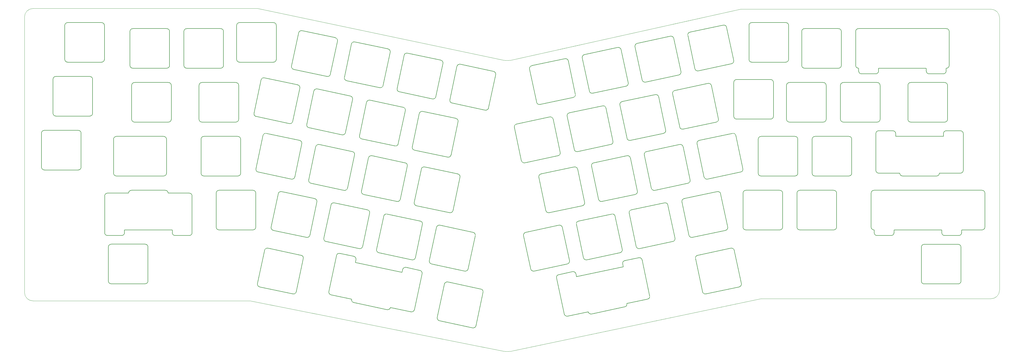
<source format=gbr>
%TF.GenerationSoftware,KiCad,Pcbnew,(5.1.9)-1*%
%TF.CreationDate,2021-02-22T13:55:49+01:00*%
%TF.ProjectId,switchplate,73776974-6368-4706-9c61-74652e6b6963,rev?*%
%TF.SameCoordinates,Original*%
%TF.FileFunction,Profile,NP*%
%FSLAX46Y46*%
G04 Gerber Fmt 4.6, Leading zero omitted, Abs format (unit mm)*
G04 Created by KiCad (PCBNEW (5.1.9)-1) date 2021-02-22 13:55:49*
%MOMM*%
%LPD*%
G01*
G04 APERTURE LIST*
%TA.AperFunction,Profile*%
%ADD10C,0.200000*%
%TD*%
%TA.AperFunction,Profile*%
%ADD11C,0.050000*%
%TD*%
G04 APERTURE END LIST*
D10*
X188949400Y-172634632D02*
X186454460Y-184372403D01*
X202643467Y-175545396D02*
X200148527Y-187283167D01*
X187224696Y-185558463D02*
X198962467Y-188053403D01*
X190135460Y-171864396D02*
X201873231Y-174359336D01*
X188949400Y-172634632D02*
G75*
G02*
X190135460Y-171864396I978148J-207912D01*
G01*
X200148527Y-187283167D02*
G75*
G02*
X198962467Y-188053403I-978148J207912D01*
G01*
X201873231Y-174359336D02*
G75*
G02*
X202643467Y-175545396I-207912J-978148D01*
G01*
X187224696Y-185558463D02*
G75*
G02*
X186454460Y-184372403I207912J978148D01*
G01*
X168715740Y-181626003D02*
X156963256Y-179123286D01*
X157711921Y-163951960D02*
G75*
G03*
X156941685Y-162765900I-978148J207912D01*
G01*
X174015400Y-168452800D02*
X157530800Y-164947600D01*
X157711921Y-163951960D02*
X157530800Y-164947600D01*
X152050946Y-161726341D02*
G75*
G03*
X150864887Y-162496578I-207911J-978148D01*
G01*
X177177261Y-182402214D02*
X169901800Y-180855767D01*
X181066172Y-168916059D02*
X178363321Y-181631978D01*
X175405199Y-166690442D02*
X180295937Y-167730000D01*
X152050946Y-161726341D02*
X156941685Y-162765900D01*
X181066172Y-168916059D02*
G75*
G03*
X180295937Y-167730000I-978147J207912D01*
G01*
X175405199Y-166690442D02*
G75*
G03*
X174219140Y-167460677I-207912J-978147D01*
G01*
X177177261Y-182402214D02*
G75*
G03*
X178363321Y-181631978I207912J978148D01*
G01*
X168715740Y-181626003D02*
G75*
G03*
X169901800Y-180855767I207912J978148D01*
G01*
X75970964Y-154445500D02*
X75971400Y-153441400D01*
X251939279Y-165475960D02*
X252120400Y-166471600D01*
X291143467Y-93549003D02*
G75*
G02*
X290373231Y-94735063I-978148J-207912D01*
G01*
X192009662Y-146601919D02*
G75*
G02*
X190823603Y-147372156I-978148J207911D01*
G01*
X272854460Y-143591996D02*
G75*
G02*
X273624696Y-142405936I978148J207912D01*
G01*
X180450655Y-150327372D02*
G75*
G02*
X181220890Y-151513431I-207912J-978147D01*
G01*
X204589662Y-110321919D02*
G75*
G02*
X203403603Y-111092156I-978148J207911D01*
G01*
X173375950Y-142641203D02*
G75*
G02*
X172189891Y-143411438I-978147J207912D01*
G01*
X178385831Y-125247215D02*
G75*
G02*
X177615596Y-124061156I207912J978147D01*
G01*
X276535460Y-156100003D02*
G75*
G02*
X275349400Y-155329767I-207912J978148D01*
G01*
X289043467Y-152419003D02*
G75*
G02*
X288273231Y-153605063I-978148J-207912D01*
G01*
X281345460Y-176090003D02*
G75*
G02*
X280159400Y-175319767I-207912J978148D01*
G01*
X269594460Y-105331996D02*
G75*
G02*
X270364696Y-104145936I978148J207912D01*
G01*
X277664460Y-163581996D02*
G75*
G02*
X278434696Y-162395936I978148J207912D01*
G01*
X180110535Y-112323385D02*
G75*
G02*
X181296595Y-111553149I978148J-207912D01*
G01*
X273275460Y-117840003D02*
G75*
G02*
X272089400Y-117069767I-207912J978148D01*
G01*
X287462467Y-81040997D02*
G75*
G02*
X288648527Y-81811233I207912J-978148D01*
G01*
X294403467Y-131809003D02*
G75*
G02*
X293633231Y-132995063I-978148J-207912D01*
G01*
X240935460Y-183150003D02*
G75*
G02*
X239749400Y-182379767I-207912J978148D01*
G01*
X179085831Y-144877215D02*
G75*
G02*
X178315596Y-143691156I207912J978147D01*
G01*
X197359662Y-167211919D02*
G75*
G02*
X196173603Y-167982156I-978148J207911D01*
G01*
X274954460Y-84721997D02*
G75*
G02*
X275724696Y-83535937I978148J207912D01*
G01*
X278635460Y-97230003D02*
G75*
G02*
X277449400Y-96459767I-207912J978148D01*
G01*
X174756825Y-91712668D02*
G75*
G02*
X175942883Y-90942432I978147J-207911D01*
G01*
X187680655Y-93437372D02*
G75*
G02*
X188450890Y-94623431I-207912J-978147D01*
G01*
X185955950Y-106361203D02*
G75*
G02*
X184769891Y-107131438I-978147J207912D01*
G01*
X173032120Y-104636497D02*
G75*
G02*
X172261884Y-103450439I207911J978147D01*
G01*
X278214460Y-122981996D02*
G75*
G02*
X278984696Y-121795936I978148J207912D01*
G01*
X161476825Y-108362668D02*
G75*
G02*
X162662883Y-107592432I978147J-207911D01*
G01*
X174400655Y-110087372D02*
G75*
G02*
X175170890Y-111273431I-207912J-978147D01*
G01*
X180810535Y-131953385D02*
G75*
G02*
X181996595Y-131183149I978148J-207912D01*
G01*
X290172467Y-159900996D02*
G75*
G02*
X291358527Y-160671232I207912J-978148D01*
G01*
X191309662Y-126971919D02*
G75*
G02*
X190123603Y-127742156I-978148J207911D01*
G01*
X191665831Y-108597215D02*
G75*
G02*
X190895596Y-107411156I207912J978147D01*
G01*
X172675950Y-123011203D02*
G75*
G02*
X171489891Y-123781438I-978147J207912D01*
G01*
X159752120Y-121286497D02*
G75*
G02*
X158981884Y-120100439I207911J978147D01*
G01*
X175100655Y-129717372D02*
G75*
G02*
X175870890Y-130903431I-207912J-978147D01*
G01*
X167526825Y-148602668D02*
G75*
G02*
X168712883Y-147832432I978147J-207911D01*
G01*
X193390535Y-95673385D02*
G75*
G02*
X194576595Y-94903149I978148J-207912D01*
G01*
X290722467Y-119300996D02*
G75*
G02*
X291908527Y-120071232I207912J-978148D01*
G01*
X193034367Y-114048090D02*
G75*
G02*
X193804602Y-115234149I-207912J-978147D01*
G01*
X199084367Y-154288090D02*
G75*
G02*
X199854602Y-155474149I-207912J-978147D01*
G01*
X285783467Y-114159003D02*
G75*
G02*
X285013231Y-115345063I-978148J-207912D01*
G01*
X206314367Y-97398090D02*
G75*
G02*
X207084602Y-98584149I-207912J-978147D01*
G01*
X193734367Y-133678090D02*
G75*
G02*
X194504602Y-134864149I-207912J-978147D01*
G01*
X293853467Y-172409003D02*
G75*
G02*
X293083231Y-173595063I-978148J-207912D01*
G01*
X184435831Y-165487215D02*
G75*
G02*
X183665596Y-164301156I207912J978147D01*
G01*
X253443467Y-179469003D02*
G75*
G02*
X252673231Y-180655063I-978148J-207912D01*
G01*
X178725950Y-163251203D02*
G75*
G02*
X177539891Y-164021438I-978147J207912D01*
G01*
X281895460Y-135490003D02*
G75*
G02*
X280709400Y-134719767I-207912J978148D01*
G01*
X160452120Y-140916497D02*
G75*
G02*
X159681884Y-139730439I207911J978147D01*
G01*
X186160535Y-152563385D02*
G75*
G02*
X187346595Y-151793149I978148J-207912D01*
G01*
X256320748Y-88682714D02*
G75*
G02*
X257090984Y-87496654I978148J207912D01*
G01*
X282102467Y-101650996D02*
G75*
G02*
X283288527Y-102421232I207912J-978148D01*
G01*
X162176825Y-127992668D02*
G75*
G02*
X163362883Y-127222432I978147J-207911D01*
G01*
X285362467Y-139910996D02*
G75*
G02*
X286548527Y-140681232I207912J-978148D01*
G01*
X165802120Y-161526497D02*
G75*
G02*
X165031884Y-160340439I207911J978147D01*
G01*
X248516044Y-122080439D02*
G75*
G02*
X247745807Y-123266498I-978148J-207911D01*
G01*
X235242332Y-105431156D02*
G75*
G02*
X234472096Y-106617216I-978148J-207912D01*
G01*
X216953325Y-155474148D02*
G75*
G02*
X217723561Y-154288090I978147J207911D01*
G01*
X236008035Y-125761438D02*
G75*
G02*
X234821977Y-124991202I-207911J978147D01*
G01*
X229882332Y-126041156D02*
G75*
G02*
X229112096Y-127227216I-978148J-207912D01*
G01*
X253876044Y-101470439D02*
G75*
G02*
X253105807Y-102656498I-978148J-207911D01*
G01*
X232327037Y-113253431D02*
G75*
G02*
X233097272Y-112067372I978147J207912D01*
G01*
X222734325Y-109112156D02*
G75*
G02*
X221548265Y-108341920I-207912J978148D01*
G01*
X229461332Y-151793150D02*
G75*
G02*
X230647391Y-152563385I207912J-978147D01*
G01*
X235587037Y-151513431D02*
G75*
G02*
X236357272Y-150327372I978147J207912D01*
G01*
X219053325Y-96604148D02*
G75*
G02*
X219823561Y-95418090I978147J207911D01*
G01*
X217374325Y-129722156D02*
G75*
G02*
X216188265Y-128951920I-207912J978148D01*
G01*
X263261748Y-139450720D02*
G75*
G02*
X262075689Y-138680485I-207912J978147D01*
G01*
X237687037Y-92643431D02*
G75*
G02*
X238457272Y-91457372I978147J207912D01*
G01*
X244835043Y-109572431D02*
G75*
G02*
X246021103Y-110342667I207912J-978148D01*
G01*
X240947037Y-130903431D02*
G75*
G02*
X241717272Y-129717372I978147J207912D01*
G01*
X244628035Y-143411438D02*
G75*
G02*
X243441977Y-142641202I-207911J978147D01*
G01*
X238502332Y-143691156D02*
G75*
G02*
X237732096Y-144877216I-978148J-207912D01*
G01*
X253455043Y-127222431D02*
G75*
G02*
X254641103Y-127992667I207912J-978148D01*
G01*
X248095043Y-147832431D02*
G75*
G02*
X249281103Y-148602667I207912J-978148D01*
G01*
X222313325Y-134864148D02*
G75*
G02*
X223083561Y-133678090I978147J207911D01*
G01*
X220634325Y-167982156D02*
G75*
G02*
X219448265Y-167211920I-207912J978148D01*
G01*
X234821332Y-131183150D02*
G75*
G02*
X236007391Y-131953385I207912J-978147D01*
G01*
X270409754Y-156379721D02*
G75*
G02*
X269639519Y-157565780I-978147J-207912D01*
G01*
X257136044Y-139730439D02*
G75*
G02*
X256365807Y-140916498I-978148J-207911D01*
G01*
X257901748Y-160060720D02*
G75*
G02*
X256715689Y-159290485I-207912J978147D01*
G01*
X268828756Y-85001714D02*
G75*
G02*
X270014815Y-85771951I207911J-978148D01*
G01*
X272509754Y-97509721D02*
G75*
G02*
X271739519Y-98695780I-978147J-207912D01*
G01*
X260001748Y-101190720D02*
G75*
G02*
X258815689Y-100420485I-207912J978147D01*
G01*
X250960748Y-109292714D02*
G75*
G02*
X251730984Y-108106654I978148J207912D01*
G01*
X263468756Y-105611713D02*
G75*
G02*
X264654815Y-106381950I207911J-978148D01*
G01*
X267149754Y-118119721D02*
G75*
G02*
X266379519Y-119305780I-978147J-207912D01*
G01*
X231561332Y-92923150D02*
G75*
G02*
X232747391Y-93693385I207912J-978147D01*
G01*
X251776044Y-160340439D02*
G75*
G02*
X251005807Y-161526498I-978148J-207911D01*
G01*
X213693325Y-117214148D02*
G75*
G02*
X214463561Y-116028090I978147J207911D01*
G01*
X254641748Y-121800720D02*
G75*
G02*
X253455689Y-121030485I-207912J978147D01*
G01*
X272088756Y-123261713D02*
G75*
G02*
X273274815Y-124031950I207911J-978148D01*
G01*
X241368035Y-105151438D02*
G75*
G02*
X240181977Y-104381202I-207911J978147D01*
G01*
X225994325Y-147372156D02*
G75*
G02*
X224808265Y-146601920I-207912J978148D01*
G01*
X259580748Y-126942714D02*
G75*
G02*
X260350984Y-125756654I978148J207912D01*
G01*
X254220748Y-147552714D02*
G75*
G02*
X254990984Y-146366654I978148J207912D01*
G01*
X275769754Y-135769721D02*
G75*
G02*
X274999519Y-136955780I-978147J-207912D01*
G01*
X266728756Y-143871713D02*
G75*
G02*
X267914815Y-144641950I207911J-978148D01*
G01*
X226201332Y-113533150D02*
G75*
G02*
X227387391Y-114303385I207912J-978147D01*
G01*
X239268035Y-164021438D02*
G75*
G02*
X238081977Y-163251202I-207911J978147D01*
G01*
X233142332Y-164301156D02*
G75*
G02*
X232372096Y-165487216I-978148J-207912D01*
G01*
X250195043Y-88962431D02*
G75*
G02*
X251381103Y-89732667I207912J-978148D01*
G01*
X91498963Y-101345500D02*
G75*
G02*
X92498963Y-102345500I0J-1000000D01*
G01*
X137133231Y-102165936D02*
G75*
G02*
X137903467Y-103351996I-207912J-978148D01*
G01*
X128534696Y-153605063D02*
G75*
G02*
X127764460Y-152419003I207912J978148D01*
G01*
X92498963Y-114345499D02*
G75*
G02*
X91498964Y-115345500I-1000000J-1D01*
G01*
X138373231Y-162395936D02*
G75*
G02*
X139143467Y-163581996I-207912J-978148D01*
G01*
X89811464Y-120395500D02*
G75*
G02*
X90811464Y-121395500I0J-1000000D01*
G01*
X73112465Y-134395500D02*
G75*
G02*
X72112463Y-133395500I-1J1000001D01*
G01*
X135408527Y-115089767D02*
G75*
G02*
X134222467Y-115860003I-978148J207912D01*
G01*
X124909400Y-120071232D02*
G75*
G02*
X126095460Y-119300996I978148J-207912D01*
G01*
X104008963Y-134395500D02*
G75*
G02*
X103008963Y-133395500I0J1000000D01*
G01*
X135764696Y-96715063D02*
G75*
G02*
X134994460Y-95529003I207912J978148D01*
G01*
X136648527Y-175319767D02*
G75*
G02*
X135462467Y-176090003I-978148J207912D01*
G01*
X115308962Y-101345499D02*
G75*
G02*
X116308964Y-102345499I1J-1000001D01*
G01*
X169046942Y-89476654D02*
G75*
G02*
X169817179Y-90662713I-207911J-978148D01*
G01*
X103308963Y-115345500D02*
G75*
G02*
X102308963Y-114345500I0J1000000D01*
G01*
X78498963Y-102345499D02*
G75*
G02*
X79498963Y-101345499I1000000J0D01*
G01*
X79498963Y-115345500D02*
G75*
G02*
X78498963Y-114345500I0J1000000D01*
G01*
X154398408Y-100675781D02*
G75*
G02*
X153628172Y-99489721I207912J978148D01*
G01*
X141818408Y-136955781D02*
G75*
G02*
X141048172Y-135769721I207912J978148D01*
G01*
X156123114Y-87751949D02*
G75*
G02*
X157309172Y-86981715I978146J-207912D01*
G01*
X167322239Y-102400485D02*
G75*
G02*
X166136179Y-103170721I-978148J207912D01*
G01*
X147168408Y-157565781D02*
G75*
G02*
X146398172Y-156379721I207912J978148D01*
G01*
X117008963Y-133395499D02*
G75*
G02*
X116008964Y-134395500I-1000000J-1D01*
G01*
X143183231Y-142405936D02*
G75*
G02*
X143953467Y-143591996I-207912J-978148D01*
G01*
X123184696Y-132995063D02*
G75*
G02*
X122414460Y-131809003I207912J978148D01*
G01*
X156466942Y-125756654D02*
G75*
G02*
X157237179Y-126942713I-207911J-978148D01*
G01*
X154042239Y-119050485D02*
G75*
G02*
X152856179Y-119820721I-978148J207912D01*
G01*
X103008963Y-121395500D02*
G75*
G02*
X104008963Y-120395500I1000000J0D01*
G01*
X137489400Y-83791233D02*
G75*
G02*
X138675460Y-83020997I978148J-207912D01*
G01*
X123724696Y-173595063D02*
G75*
G02*
X122954460Y-172409003I207912J978148D01*
G01*
X136108527Y-134719767D02*
G75*
G02*
X134922467Y-135490003I-978148J207912D01*
G01*
X130259400Y-140681232D02*
G75*
G02*
X131445460Y-139910996I978148J-207912D01*
G01*
X148893113Y-144641949D02*
G75*
G02*
X150079172Y-143871714I978147J-207912D01*
G01*
X160092239Y-159290485D02*
G75*
G02*
X158906179Y-160060721I-978148J207912D01*
G01*
X116588964Y-94155500D02*
G75*
G02*
X115588964Y-93155500I0J1000000D01*
G01*
X116008963Y-120395500D02*
G75*
G02*
X117008964Y-121395499I1J-1000000D01*
G01*
X116308963Y-114345499D02*
G75*
G02*
X115308964Y-115345500I-1000000J-1D01*
G01*
X143543113Y-124031949D02*
G75*
G02*
X144729172Y-123261714I978147J-207912D01*
G01*
X77898963Y-83295500D02*
G75*
G02*
X78898963Y-82295500I1000000J0D01*
G01*
X97948963Y-96295500D02*
G75*
G02*
X96948963Y-95295500I0J1000000D01*
G01*
X90898964Y-82295500D02*
G75*
G02*
X91898964Y-83295500I0J-1000000D01*
G01*
X91898964Y-95295500D02*
G75*
G02*
X90898964Y-96295500I-1000000J0D01*
G01*
X102308962Y-102345500D02*
G75*
G02*
X103308963Y-101345499I1000001J0D01*
G01*
X110948964Y-95295500D02*
G75*
G02*
X109948964Y-96295500I-1000000J0D01*
G01*
X154742239Y-138680485D02*
G75*
G02*
X153556179Y-139450721I-978148J207912D01*
G01*
X124209400Y-100441232D02*
G75*
G02*
X125395460Y-99670996I978148J-207912D01*
G01*
X150413231Y-85515937D02*
G75*
G02*
X151183467Y-86701997I-207912J-978148D01*
G01*
X141118408Y-117325781D02*
G75*
G02*
X140348172Y-116139721I207912J978148D01*
G01*
X122484696Y-113365063D02*
G75*
G02*
X121714460Y-112179003I207912J978148D01*
G01*
X78898963Y-96295500D02*
G75*
G02*
X77898963Y-95295500I0J1000000D01*
G01*
X96948963Y-83295500D02*
G75*
G02*
X97948963Y-82295500I1000000J0D01*
G01*
X90811465Y-133395499D02*
G75*
G02*
X89811464Y-134395500I-1000001J0D01*
G01*
X141458527Y-155329767D02*
G75*
G02*
X140272467Y-156100003I-978148J207912D01*
G01*
X142843113Y-104401949D02*
G75*
G02*
X144029172Y-103631714I978147J-207912D01*
G01*
X161816942Y-146366654D02*
G75*
G02*
X162587179Y-147552713I-207911J-978148D01*
G01*
X115588964Y-81155500D02*
G75*
G02*
X116588964Y-80155500I1000000J0D01*
G01*
X109948964Y-82295500D02*
G75*
G02*
X110948964Y-83295500I0J-1000000D01*
G01*
X128588963Y-80155501D02*
G75*
G02*
X129588964Y-81155500I1J-1000000D01*
G01*
X155766942Y-106126654D02*
G75*
G02*
X156537179Y-107312713I-207911J-978148D01*
G01*
X129588964Y-93155500D02*
G75*
G02*
X128588964Y-94155500I-1000000J0D01*
G01*
X125449400Y-160671232D02*
G75*
G02*
X126635460Y-159900996I978148J-207912D01*
G01*
X148688527Y-98439767D02*
G75*
G02*
X147502467Y-99210003I-978148J207912D01*
G01*
X137833231Y-121795936D02*
G75*
G02*
X138603467Y-122981996I-207912J-978148D01*
G01*
X72112464Y-121395500D02*
G75*
G02*
X73112464Y-120395500I1000000J0D01*
G01*
X257600254Y-163250341D02*
G75*
G02*
X258786313Y-164020578I207911J-978148D01*
G01*
X336315964Y-98295500D02*
G75*
G02*
X335315964Y-97295500I0J1000000D01*
G01*
X232473939Y-183926214D02*
G75*
G02*
X231287879Y-183155978I-207912J978148D01*
G01*
X156963256Y-179123287D02*
G75*
G02*
X156192989Y-177937372I207911J978148D01*
G01*
X372246963Y-132395499D02*
G75*
G02*
X371246963Y-133395499I-1000000J0D01*
G01*
X360191964Y-98295500D02*
G75*
G02*
X359191964Y-97295500I0J1000000D01*
G01*
X251939279Y-165475960D02*
G75*
G02*
X252709515Y-164289900I978148J207912D01*
G01*
X335228965Y-96295500D02*
G75*
G02*
X334228963Y-95295500I-1J1000001D01*
G01*
X367278964Y-95295500D02*
G75*
G02*
X366278964Y-96295500I-1000000J0D01*
G01*
X342370963Y-133395499D02*
G75*
G02*
X341370963Y-132395499I0J1000000D01*
G01*
X261489165Y-176736496D02*
G75*
G02*
X260718929Y-177922556I-978148J-207912D01*
G01*
X371246963Y-118395499D02*
G75*
G02*
X372246963Y-119395499I0J-1000000D01*
G01*
X234246001Y-168214442D02*
G75*
G02*
X235432060Y-168984677I207912J-978147D01*
G01*
X365246963Y-119395499D02*
G75*
G02*
X366246963Y-118395499I1000000J0D01*
G01*
X228585028Y-170440059D02*
G75*
G02*
X229355263Y-169254000I978147J207912D01*
G01*
X366278964Y-82295500D02*
G75*
G02*
X367278964Y-83295500I0J-1000000D01*
G01*
X347370963Y-118395499D02*
G75*
G02*
X348370963Y-119395499I0J-1000000D01*
G01*
X342315964Y-97295500D02*
G75*
G02*
X341315964Y-98295500I-1000000J0D01*
G01*
X366191964Y-97295500D02*
G75*
G02*
X365191964Y-98295500I-1000000J0D01*
G01*
X334228963Y-83295501D02*
G75*
G02*
X335228964Y-82295500I1000001J0D01*
G01*
X341370963Y-119395499D02*
G75*
G02*
X342370963Y-118395499I1000000J0D01*
G01*
X148922968Y-176389375D02*
G75*
G02*
X148152732Y-175203315I207912J978148D01*
G01*
X379887715Y-152445499D02*
G75*
G02*
X378887714Y-153445500I-1000001J0D01*
G01*
X365656964Y-155445500D02*
G75*
G02*
X364656964Y-154445500I0J1000000D01*
G01*
X59648963Y-118255499D02*
G75*
G02*
X60648964Y-119255500I0J-1000001D01*
G01*
X99846964Y-154445500D02*
G75*
G02*
X98846964Y-155445500I-1000000J0D01*
G01*
X339693964Y-140445499D02*
G75*
G02*
X340693964Y-139445499I1000000J0D01*
G01*
X93846964Y-155445500D02*
G75*
G02*
X92846964Y-154445500I0J1000000D01*
G01*
X60648964Y-131255498D02*
G75*
G02*
X59648964Y-132255500I-1000001J-1D01*
G01*
X75970964Y-154445500D02*
G75*
G02*
X74970964Y-155445500I-1000000J0D01*
G01*
X378887714Y-139445500D02*
G75*
G02*
X379887714Y-140445500I0J-1000000D01*
G01*
X69970964Y-155445500D02*
G75*
G02*
X68970964Y-154445500I0J1000000D01*
G01*
X341780964Y-155445500D02*
G75*
G02*
X340780964Y-154445500I0J1000000D01*
G01*
X347780964Y-154445500D02*
G75*
G02*
X346780964Y-155445500I-1000000J0D01*
G01*
X90408964Y-139445499D02*
G75*
G02*
X91408964Y-140445499I0J-1000000D01*
G01*
X68970964Y-141445500D02*
G75*
G02*
X69970964Y-140445500I1000000J0D01*
G01*
X98846964Y-140445500D02*
G75*
G02*
X99846964Y-141445500I0J-1000000D01*
G01*
X46648964Y-119255499D02*
G75*
G02*
X47648964Y-118255499I1000000J0D01*
G01*
X340693964Y-153445500D02*
G75*
G02*
X339693964Y-152445500I0J1000000D01*
G01*
X47648966Y-132255500D02*
G75*
G02*
X46648964Y-131255500I-1J1000001D01*
G01*
X371656964Y-154445500D02*
G75*
G02*
X370656964Y-155445500I-1000000J0D01*
G01*
X77408964Y-140445498D02*
G75*
G02*
X78408964Y-139445500I999999J-1D01*
G01*
X50718965Y-100205500D02*
G75*
G02*
X51718965Y-99205500I1000000J0D01*
G01*
X67878964Y-80155501D02*
G75*
G02*
X68878964Y-81155501I0J-1000000D01*
G01*
X305188964Y-113285500D02*
G75*
G02*
X304188964Y-114285500I-1000000J0D01*
G01*
X63718963Y-99205500D02*
G75*
G02*
X64718963Y-100205500I0J-1000000D01*
G01*
X64718964Y-112205500D02*
G75*
G02*
X63718964Y-113205500I-1000000J0D01*
G01*
X84268964Y-171495498D02*
G75*
G02*
X83268964Y-172495500I-1000001J-1D01*
G01*
X327498964Y-152445500D02*
G75*
G02*
X326498964Y-153445500I-1000000J0D01*
G01*
X342868965Y-114345499D02*
G75*
G02*
X341868964Y-115345500I-1000001J0D01*
G01*
X350808965Y-134395499D02*
G75*
G02*
X349808964Y-133395500I-1J1000000D01*
G01*
X366688964Y-114345500D02*
G75*
G02*
X365688964Y-115345500I-1000000J0D01*
G01*
X308448965Y-152445499D02*
G75*
G02*
X307448964Y-153445500I-1000001J0D01*
G01*
X371444565Y-171543499D02*
G75*
G02*
X370444564Y-172543500I-1000001J0D01*
G01*
X299808964Y-121395500D02*
G75*
G02*
X300808964Y-120395500I1000000J0D01*
G01*
X304188964Y-100285500D02*
G75*
G02*
X305188964Y-101285500I0J-1000000D01*
G01*
X313498963Y-140445500D02*
G75*
G02*
X314498964Y-139445499I1000001J0D01*
G01*
X294448963Y-140445501D02*
G75*
G02*
X295448963Y-139445499I1000001J1D01*
G01*
X109358964Y-153445501D02*
G75*
G02*
X108358963Y-152445500I0J1000001D01*
G01*
X314498965Y-153445499D02*
G75*
G02*
X313498964Y-152445500I-1J1000000D01*
G01*
X51718964Y-113205499D02*
G75*
G02*
X50718965Y-112205500I0J999999D01*
G01*
X331858963Y-120395500D02*
G75*
G02*
X332858964Y-121395499I1J-1000000D01*
G01*
X309818964Y-102345499D02*
G75*
G02*
X310818964Y-101345499I1000000J0D01*
G01*
X365688964Y-101345499D02*
G75*
G02*
X366688964Y-102345499I0J-1000000D01*
G01*
X326498964Y-139445499D02*
G75*
G02*
X327498964Y-140445499I0J-1000000D01*
G01*
X68878964Y-93155500D02*
G75*
G02*
X67878964Y-94155500I-1000000J0D01*
G01*
X370444564Y-158543500D02*
G75*
G02*
X371444564Y-159543500I0J-1000000D01*
G01*
X318858962Y-121395500D02*
G75*
G02*
X319858963Y-120395499I1000001J0D01*
G01*
X108358963Y-140445500D02*
G75*
G02*
X109358963Y-139445500I1000000J0D01*
G01*
X316178964Y-96295499D02*
G75*
G02*
X315178963Y-95295500I-1J1000000D01*
G01*
X310548965Y-93155499D02*
G75*
G02*
X309548964Y-94155500I-1000001J0D01*
G01*
X332858965Y-133395499D02*
G75*
G02*
X331858964Y-134395500I-1000001J0D01*
G01*
X121358964Y-139445499D02*
G75*
G02*
X122358964Y-140445499I0J-1000000D01*
G01*
X312808963Y-120395500D02*
G75*
G02*
X313808964Y-121395499I1J-1000000D01*
G01*
X341868963Y-101345500D02*
G75*
G02*
X342868964Y-102345499I1J-1000000D01*
G01*
X313808965Y-133395499D02*
G75*
G02*
X312808964Y-134395500I-1000001J0D01*
G01*
X292188965Y-114285500D02*
G75*
G02*
X291188963Y-113285500I-1J1000001D01*
G01*
X315178962Y-83295501D02*
G75*
G02*
X316178963Y-82295500I1000001J0D01*
G01*
X329868964Y-115345500D02*
G75*
G02*
X328868964Y-114345500I0J1000000D01*
G01*
X353688965Y-115345500D02*
G75*
G02*
X352688963Y-114345500I-1J1000001D01*
G01*
X54878964Y-81155501D02*
G75*
G02*
X55878964Y-80155501I1000000J0D01*
G01*
X55878964Y-94155500D02*
G75*
G02*
X54878964Y-93155500I0J1000000D01*
G01*
X357444563Y-159543500D02*
G75*
G02*
X358444564Y-158543499I1000001J0D01*
G01*
X71268965Y-172495500D02*
G75*
G02*
X70268963Y-171495500I-1J1000001D01*
G01*
X307448964Y-139445500D02*
G75*
G02*
X308448964Y-140445500I0J-1000000D01*
G01*
X328178964Y-82295500D02*
G75*
G02*
X329178964Y-83295500I0J-1000000D01*
G01*
X358444565Y-172543500D02*
G75*
G02*
X357444563Y-171543500I-1J1000001D01*
G01*
X363808964Y-133395500D02*
G75*
G02*
X362808964Y-134395500I-1000000J0D01*
G01*
X295448965Y-153445500D02*
G75*
G02*
X294448963Y-152445500I-1J1000001D01*
G01*
X322818963Y-101345500D02*
G75*
G02*
X323818964Y-102345499I1J-1000000D01*
G01*
X310818964Y-115345500D02*
G75*
G02*
X309818964Y-114345500I0J1000000D01*
G01*
X300808964Y-134395500D02*
G75*
G02*
X299808964Y-133395500I0J1000000D01*
G01*
X297548965Y-94155499D02*
G75*
G02*
X296548964Y-93155500I-1J1000000D01*
G01*
X328868964Y-102345499D02*
G75*
G02*
X329868964Y-101345499I1000000J0D01*
G01*
X352688963Y-102345500D02*
G75*
G02*
X353688964Y-101345499I1000001J0D01*
G01*
X122358963Y-152445499D02*
G75*
G02*
X121358964Y-153445500I-1000000J-1D01*
G01*
X291188963Y-101285501D02*
G75*
G02*
X292188963Y-100285499I1000001J1D01*
G01*
X296548963Y-81155501D02*
G75*
G02*
X297548964Y-80155500I1000001J0D01*
G01*
X309548963Y-80155501D02*
G75*
G02*
X310548964Y-81155500I1J-1000000D01*
G01*
X323818965Y-114345499D02*
G75*
G02*
X322818964Y-115345500I-1000001J0D01*
G01*
X329178964Y-95295501D02*
G75*
G02*
X328178963Y-96295500I-1000000J1D01*
G01*
X70268964Y-159495499D02*
G75*
G02*
X71268963Y-158495500I999999J0D01*
G01*
X319858964Y-134395499D02*
G75*
G02*
X318858963Y-133395500I-1J1000000D01*
G01*
X83268964Y-158495500D02*
G75*
G02*
X84268964Y-159495500I0J-1000000D01*
G01*
X336315964Y-98295500D02*
X341315964Y-98295500D01*
X257600253Y-163250342D02*
X252709515Y-164289900D01*
X360191964Y-98295500D02*
X365191964Y-98295500D01*
X335315964Y-96295500D02*
X335315964Y-97295500D01*
X366191964Y-97295500D02*
X366191964Y-96295500D01*
X234246001Y-168214441D02*
X229355263Y-169254000D01*
X92837000Y-153441400D02*
X92846964Y-154445500D01*
X77408964Y-140445498D02*
X69970964Y-140445500D01*
X69970964Y-155445500D02*
X74970964Y-155445500D01*
X342315964Y-97295500D02*
X342315964Y-96295500D01*
X335228964Y-96295500D02*
X335315964Y-96295500D01*
X334228964Y-83295500D02*
X334228964Y-95295500D01*
X335228964Y-82295500D02*
X366278964Y-82295500D01*
X367278964Y-83295500D02*
X367278964Y-95295500D01*
X228585027Y-170440059D02*
X231287879Y-183155978D01*
X366191964Y-96295500D02*
X366278964Y-96295500D01*
X348386400Y-120395500D02*
X348370963Y-119395499D01*
X253443467Y-179469003D02*
X260718929Y-177922556D01*
X93846964Y-155445500D02*
X98846964Y-155445500D01*
X342370963Y-133395499D02*
X349808964Y-133395500D01*
X235635800Y-169976800D02*
X235432060Y-168984677D01*
X341370963Y-119395499D02*
X341370963Y-132395499D01*
X261489165Y-176736497D02*
X258786313Y-164020578D01*
X347370963Y-118395499D02*
X342370963Y-118395499D01*
X68970964Y-141445500D02*
X68970964Y-154445500D01*
X232473939Y-183926214D02*
X239749400Y-182379767D01*
X340693964Y-139445500D02*
X362218964Y-139445500D01*
X364655100Y-153445500D02*
X364656964Y-154445500D01*
X64718964Y-100205500D02*
X64718964Y-112205500D01*
X46648964Y-119255500D02*
X46648964Y-131255500D01*
X340780964Y-153445500D02*
X340780964Y-154445500D01*
X340693964Y-153445500D02*
X340780964Y-153445500D01*
X47648964Y-118255500D02*
X59648964Y-118255500D01*
X51718965Y-113205500D02*
X63718963Y-113205500D01*
X371656964Y-154445500D02*
X371656964Y-153445500D01*
X78408964Y-139445500D02*
X90408963Y-139445500D01*
X54878964Y-81155501D02*
X54878964Y-93155500D01*
X347780964Y-153445500D02*
X364655100Y-153445500D01*
X84268964Y-159495500D02*
X84268964Y-171495500D01*
X371444564Y-159543500D02*
X371444564Y-171543500D01*
X341780964Y-155445500D02*
X346780964Y-155445500D01*
X55878964Y-94155500D02*
X67878964Y-94155500D01*
X71268964Y-158495500D02*
X83268964Y-158495500D01*
X68878964Y-81155501D02*
X68878964Y-93155500D01*
X313498964Y-140445500D02*
X313498964Y-152445500D01*
X314498964Y-139445500D02*
X326498964Y-139445500D01*
X347780964Y-154445500D02*
X347780964Y-153445500D01*
X362218964Y-139445500D02*
X378887714Y-139445500D01*
X55878964Y-80155501D02*
X67878964Y-80155501D01*
X75971400Y-153441400D02*
X92837000Y-153441400D01*
X379887714Y-140445500D02*
X379887714Y-152445500D01*
X314498964Y-153445500D02*
X326498964Y-153445500D01*
X365656964Y-155445500D02*
X370656964Y-155445500D01*
X60648964Y-119255500D02*
X60648964Y-131255500D01*
X51718965Y-99205500D02*
X63718963Y-99205500D01*
X358444564Y-158543500D02*
X370444564Y-158543500D01*
X327498964Y-140445500D02*
X327498964Y-152445500D01*
X71268964Y-172495500D02*
X83268964Y-172495500D01*
X98846964Y-140445500D02*
X91408964Y-140445499D01*
X99846964Y-154445500D02*
X99846964Y-141445500D01*
X70268964Y-159495500D02*
X70268964Y-171495500D01*
X371656964Y-153445500D02*
X378887714Y-153445500D01*
X47648964Y-132255500D02*
X59648964Y-132255500D01*
X50718964Y-100205500D02*
X50718965Y-112205500D01*
X339693964Y-140445500D02*
X339693964Y-152445500D01*
X109358963Y-139445500D02*
X121358964Y-139445500D01*
X78898963Y-96295500D02*
X90898964Y-96295500D01*
X295448963Y-139445499D02*
X307448964Y-139445500D01*
X305188964Y-101285500D02*
X305188964Y-113285500D01*
X319858963Y-134395500D02*
X331858964Y-134395500D01*
X308448964Y-140445500D02*
X308448965Y-152445499D01*
X310818964Y-101345499D02*
X322818964Y-101345499D01*
X316178963Y-96295500D02*
X328178964Y-96295500D01*
X295448965Y-153445500D02*
X307448964Y-153445500D01*
X329868964Y-115345500D02*
X341868964Y-115345500D01*
X310548963Y-81155500D02*
X310548963Y-93155500D01*
X296548964Y-81155500D02*
X296548964Y-93155500D01*
X78898963Y-82295500D02*
X90898964Y-82295500D01*
X366688964Y-102345500D02*
X366688964Y-114345500D01*
X316178963Y-82295501D02*
X328178964Y-82295501D01*
X297548964Y-94155500D02*
X309548964Y-94155500D01*
X122358964Y-140445500D02*
X122358964Y-152445500D01*
X319858963Y-120395500D02*
X331858964Y-120395500D01*
X109358963Y-153445500D02*
X121358964Y-153445500D01*
X358444564Y-172543500D02*
X370444564Y-172543500D01*
X292188965Y-114285500D02*
X304188964Y-114285500D01*
X348386400Y-120395500D02*
X365252000Y-120395500D01*
X292188963Y-100285499D02*
X304188964Y-100285500D01*
X342868964Y-102345500D02*
X342868964Y-114345500D01*
X357444564Y-159543500D02*
X357444564Y-171543500D01*
X332858964Y-121395500D02*
X332858964Y-133395500D01*
X318858963Y-121395500D02*
X318858963Y-133395500D01*
X294448963Y-140445501D02*
X294448963Y-152445500D01*
X328868964Y-102345500D02*
X328868964Y-114345500D01*
X108358963Y-140445500D02*
X108358963Y-152445500D01*
X310818964Y-115345500D02*
X322818964Y-115345500D01*
X352688964Y-102345500D02*
X352688964Y-114345500D01*
X300808964Y-134395500D02*
X312808964Y-134395500D01*
X297548964Y-80155500D02*
X309548964Y-80155500D01*
X291188963Y-101285501D02*
X291188963Y-113285500D01*
X299808964Y-121395500D02*
X299808964Y-133395500D01*
X300808964Y-120395500D02*
X312808964Y-120395500D01*
X329178964Y-83295501D02*
X329178964Y-95295500D01*
X350808964Y-134395500D02*
X362808964Y-134395500D01*
X323818964Y-102345500D02*
X323818964Y-114345500D01*
X91898964Y-83295500D02*
X91898964Y-95295500D01*
X309818964Y-102345500D02*
X309818964Y-114345500D01*
X353688964Y-115345500D02*
X365688964Y-115345500D01*
X315178963Y-83295501D02*
X315178963Y-95295500D01*
X313808964Y-121395500D02*
X313808964Y-133395500D01*
X329868964Y-101345499D02*
X341868964Y-101345499D01*
X353688964Y-101345499D02*
X365688964Y-101345499D01*
X97948963Y-96295500D02*
X109948964Y-96295500D01*
X129588964Y-81155500D02*
X129588964Y-93155500D01*
X115588964Y-81155500D02*
X115588964Y-93155500D01*
X124909400Y-120071232D02*
X122414460Y-131809003D01*
X128534696Y-153605063D02*
X140272467Y-156100003D01*
X78498963Y-102345500D02*
X78498963Y-114345500D01*
X123724696Y-173595063D02*
X135462467Y-176090003D01*
X116308964Y-102345500D02*
X116308964Y-114345500D01*
X90811464Y-121395500D02*
X90811464Y-133395500D01*
X73112465Y-134395500D02*
X89811464Y-134395500D01*
X125449400Y-160671232D02*
X122954460Y-172409003D01*
X104008963Y-120395500D02*
X116008964Y-120395500D01*
X104008963Y-134395500D02*
X116008964Y-134395500D01*
X139143467Y-163581996D02*
X136648527Y-175319767D01*
X77898963Y-83295500D02*
X77898963Y-95295500D01*
X97948963Y-82295500D02*
X109948964Y-82295500D01*
X102308963Y-102345500D02*
X102308963Y-114345500D01*
X125395460Y-99670996D02*
X137133231Y-102165936D01*
X92498963Y-102345500D02*
X92498963Y-114345500D01*
X124209400Y-100441232D02*
X121714460Y-112179003D01*
X110948964Y-83295500D02*
X110948964Y-95295500D01*
X96948963Y-83295500D02*
X96948963Y-95295500D01*
X79498963Y-101345499D02*
X91498963Y-101345499D01*
X137489400Y-83791233D02*
X134994460Y-95529003D01*
X137903467Y-103351996D02*
X135408527Y-115089767D01*
X157309172Y-86981715D02*
X169046943Y-89476654D01*
X126635460Y-159900996D02*
X138373231Y-162395936D01*
X116588964Y-80155500D02*
X128588964Y-80155500D01*
X103008963Y-121395500D02*
X103008963Y-133395500D01*
X151183467Y-86701997D02*
X148688527Y-98439767D01*
X138675460Y-83020997D02*
X150413231Y-85515937D01*
X122484696Y-113365063D02*
X134222467Y-115860003D01*
X72112464Y-121395500D02*
X72112464Y-133395500D01*
X116588964Y-94155500D02*
X128588964Y-94155500D01*
X138603467Y-122981996D02*
X136108527Y-134719767D01*
X103308963Y-101345499D02*
X115308963Y-101345499D01*
X143953467Y-143591996D02*
X141458527Y-155329767D01*
X123184696Y-132995063D02*
X134922467Y-135490003D01*
X103308963Y-115345500D02*
X115308963Y-115345500D01*
X73112464Y-120395500D02*
X89811464Y-120395500D01*
X79498963Y-115345500D02*
X91498963Y-115345500D01*
X135764696Y-96715063D02*
X147502467Y-99210003D01*
X130259400Y-140681232D02*
X127764460Y-152419003D01*
X117008964Y-121395500D02*
X117008964Y-133395500D01*
X131445460Y-139910996D02*
X143183231Y-142405936D01*
X126095460Y-119300996D02*
X137833231Y-121795936D01*
X281345460Y-176090003D02*
X293083231Y-173595063D01*
X277664460Y-163581996D02*
X280159400Y-175319767D01*
X286548527Y-140681232D02*
X289043467Y-152419003D01*
X278434696Y-162395936D02*
X290172467Y-159900996D01*
X276535460Y-156100003D02*
X288273231Y-153605063D01*
X186160536Y-152563385D02*
X183665596Y-164301156D01*
X291358527Y-160671232D02*
X293853467Y-172409003D01*
X235635800Y-169976800D02*
X252120400Y-166471600D01*
X273624696Y-142405936D02*
X285362467Y-139910996D01*
X283288527Y-102421232D02*
X285783467Y-114159003D01*
X180810536Y-131953385D02*
X178315596Y-143691156D01*
X187346595Y-151793149D02*
X199084366Y-154288090D01*
X273275460Y-117840003D02*
X285013231Y-115345063D01*
X274954460Y-84721997D02*
X277449400Y-96459767D01*
X281895460Y-135490003D02*
X293633231Y-132995063D01*
X278635460Y-97230003D02*
X290373231Y-94735063D01*
X278984696Y-121795936D02*
X290722467Y-119300996D01*
X278214460Y-122981996D02*
X280709400Y-134719767D01*
X275724696Y-83535937D02*
X287462467Y-81040997D01*
X269594460Y-105331996D02*
X272089400Y-117069767D01*
X291908527Y-120071232D02*
X294403467Y-131809003D01*
X194576595Y-94903149D02*
X206314366Y-97398090D01*
X207084602Y-98584149D02*
X204589662Y-110321920D01*
X191665831Y-108597216D02*
X203403603Y-111092156D01*
X193804602Y-115234149D02*
X191309662Y-126971920D01*
X180110536Y-112323385D02*
X177615596Y-124061156D01*
X193390536Y-95673385D02*
X190895596Y-107411156D01*
X181296595Y-111553149D02*
X193034366Y-114048090D01*
X199854602Y-155474149D02*
X197359662Y-167211920D01*
X272854460Y-143591996D02*
X275349400Y-155329767D01*
X288648527Y-81811233D02*
X291143467Y-93549003D01*
X178385831Y-125247216D02*
X190123603Y-127742156D01*
X181996595Y-131183149D02*
X193734366Y-133678090D01*
X194504602Y-134864149D02*
X192009662Y-146601920D01*
X179085831Y-144877216D02*
X190823603Y-147372156D01*
X270364696Y-104145936D02*
X282102467Y-101650996D01*
X184435831Y-165487216D02*
X196173603Y-167982156D01*
X217374324Y-129722156D02*
X229112096Y-127227216D01*
X251381103Y-89732667D02*
X253876043Y-101470439D01*
X225994324Y-147372156D02*
X237732096Y-144877216D01*
X236007391Y-131953385D02*
X238502331Y-143691156D01*
X251730984Y-108106654D02*
X263468755Y-105611714D01*
X259580748Y-126942713D02*
X262075689Y-138680485D01*
X222313325Y-134864149D02*
X224808265Y-146601920D01*
X236008036Y-125761438D02*
X247745807Y-123266498D01*
X257901748Y-160060721D02*
X269639519Y-157565780D01*
X241717272Y-129717372D02*
X253455044Y-127222432D01*
X219823561Y-95418090D02*
X231561332Y-92923149D01*
X223083561Y-133678090D02*
X234821332Y-131183149D01*
X233097272Y-112067372D02*
X244835044Y-109572432D01*
X246021103Y-110342667D02*
X248516043Y-122080439D01*
X232327037Y-113253431D02*
X234821977Y-124991202D01*
X217723561Y-154288090D02*
X229461332Y-151793149D01*
X230647391Y-152563385D02*
X233142331Y-164301156D01*
X239268036Y-164021438D02*
X251005807Y-161526498D01*
X240947037Y-130903431D02*
X243441977Y-142641202D01*
X270014815Y-85771951D02*
X272509755Y-97509721D01*
X214463561Y-116028090D02*
X226201332Y-113533149D01*
X254990984Y-146366654D02*
X266728755Y-143871714D01*
X237687037Y-92643431D02*
X240181977Y-104381202D01*
X267914815Y-144641950D02*
X270409755Y-156379721D01*
X232747391Y-93693385D02*
X235242331Y-105431156D01*
X240935460Y-183150003D02*
X252673231Y-180655063D01*
X249281103Y-148602667D02*
X251776043Y-160340439D01*
X257090984Y-87496654D02*
X268828755Y-85001715D01*
X260001748Y-101190721D02*
X271739519Y-98695780D01*
X264654815Y-106381950D02*
X267149755Y-118119721D01*
X235587037Y-151513431D02*
X238081977Y-163251202D01*
X227387391Y-114303385D02*
X229882331Y-126041156D01*
X216953325Y-155474149D02*
X219448265Y-167211920D01*
X220634324Y-167982156D02*
X232372096Y-165487216D01*
X236357272Y-150327372D02*
X248095044Y-147832432D01*
X260350984Y-125756654D02*
X272088755Y-123261714D01*
X256320748Y-88682713D02*
X258815689Y-100420485D01*
X254641748Y-121800721D02*
X266379519Y-119305780D01*
X254220748Y-147552713D02*
X256715689Y-159290485D01*
X254641103Y-127992667D02*
X257136043Y-139730439D01*
X222734324Y-109112156D02*
X234472096Y-106617216D01*
X250960748Y-109292713D02*
X253455689Y-121030485D01*
X219053325Y-96604149D02*
X221548265Y-108341920D01*
X244628036Y-143411438D02*
X256365807Y-140916498D01*
X213693325Y-117214149D02*
X216188265Y-128951920D01*
X273274815Y-124031950D02*
X275769755Y-135769721D01*
X263261748Y-139450721D02*
X274999519Y-136955780D01*
X241368036Y-105151438D02*
X253105807Y-102656498D01*
X238457272Y-91457372D02*
X250195044Y-88962432D01*
X142843112Y-104401950D02*
X140348172Y-116139721D01*
X175870890Y-130903431D02*
X173375950Y-142641202D01*
X144729172Y-123261714D02*
X156466943Y-125756654D01*
X162587179Y-147552713D02*
X160092238Y-159290485D01*
X168712883Y-147832432D02*
X180450655Y-150327372D01*
X175942883Y-90942432D02*
X187680655Y-93437372D01*
X162176824Y-127992667D02*
X159681884Y-139730439D01*
X181220890Y-151513431D02*
X178725950Y-163251202D01*
X173032120Y-104636498D02*
X184769891Y-107131438D01*
X161476824Y-108362667D02*
X158981884Y-120100439D01*
X143543112Y-124031950D02*
X141048172Y-135769721D01*
X188450890Y-94623431D02*
X185955950Y-106361202D01*
X162662883Y-107592432D02*
X174400655Y-110087372D01*
X169817179Y-90662713D02*
X167322238Y-102400485D01*
X154398408Y-100675780D02*
X166136179Y-103170721D01*
X175170890Y-111273431D02*
X172675950Y-123011202D01*
X156123112Y-87751950D02*
X153628172Y-99489721D01*
X156537179Y-107312713D02*
X154042238Y-119050485D01*
X165802120Y-161526498D02*
X177539891Y-164021438D01*
X141118408Y-117325780D02*
X152856179Y-119820721D01*
X159752120Y-121286498D02*
X171489891Y-123781438D01*
X141818408Y-136955780D02*
X153556179Y-139450721D01*
X148893112Y-144641950D02*
X146398172Y-156379721D01*
X167526824Y-148602667D02*
X165031884Y-160340439D01*
X150079172Y-143871714D02*
X161816943Y-146366654D01*
X144029172Y-103631714D02*
X155766943Y-106126654D01*
X163362883Y-127222432D02*
X175100655Y-129717372D01*
X157237179Y-126942713D02*
X154742238Y-138680485D01*
X147168408Y-157565780D02*
X158906179Y-160060721D01*
X160452120Y-140916498D02*
X172189891Y-143411438D01*
X174756824Y-91712667D02*
X172261884Y-103450439D01*
X150864887Y-162496578D02*
X148152732Y-175203315D01*
X148922968Y-176389375D02*
X156192989Y-177937372D01*
X371246963Y-118395499D02*
X366246963Y-118395499D01*
X174219140Y-167460677D02*
X174015400Y-168452800D01*
X365246963Y-119395499D02*
X365252000Y-120395500D01*
X363808964Y-133395500D02*
X371246963Y-133395499D01*
X359191964Y-96295500D02*
X359191964Y-97295500D01*
X342315964Y-96295500D02*
X359191964Y-96295500D01*
X372246963Y-132395499D02*
X372246963Y-119395499D01*
D11*
X212136487Y-93508545D02*
G75*
G02*
X209804000Y-93472000I-1062488J6640544D01*
G01*
X43688000Y-178562000D02*
G75*
G02*
X40640000Y-175514000I0J3048000D01*
G01*
X212136488Y-196378544D02*
G75*
G02*
X209804001Y-196341999I-1062488J6640544D01*
G01*
X385064000Y-174752000D02*
G75*
G02*
X382016000Y-177800000I-3048000J0D01*
G01*
X382016000Y-75438000D02*
G75*
G02*
X385064000Y-78486000I0J-3048000D01*
G01*
X40640000Y-78232000D02*
G75*
G02*
X43688000Y-75184000I3048000J0D01*
G01*
X122936000Y-75184000D02*
X209804000Y-93472000D01*
X43688000Y-75184000D02*
X122936000Y-75184000D01*
X40640000Y-175514000D02*
X40640000Y-78232000D01*
X120396000Y-178562000D02*
X43688000Y-178562000D01*
X209804001Y-196341999D02*
X120396000Y-178562000D01*
X300736000Y-177800000D02*
X212136488Y-196378544D01*
X382016000Y-177800000D02*
X300736000Y-177800000D01*
X385064000Y-78486000D02*
X385064000Y-174752000D01*
X293624000Y-75438000D02*
X382016000Y-75438000D01*
X212136487Y-93508545D02*
X293624000Y-75438000D01*
M02*

</source>
